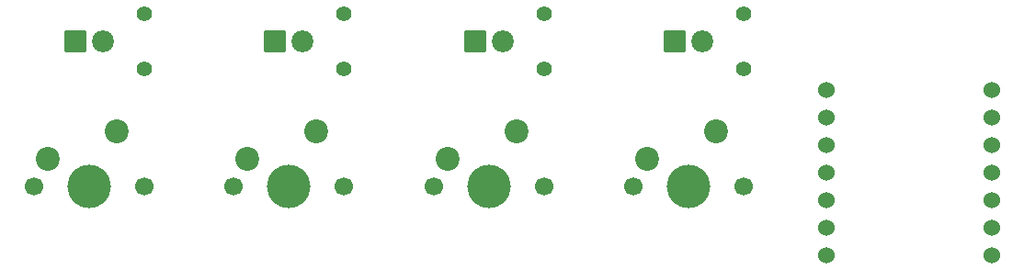
<source format=gbs>
%TF.GenerationSoftware,KiCad,Pcbnew,9.0.6*%
%TF.CreationDate,2025-11-26T17:33:25+00:00*%
%TF.ProjectId,keyfrick,6b657966-7269-4636-9b2e-6b696361645f,rev?*%
%TF.SameCoordinates,Original*%
%TF.FileFunction,Soldermask,Bot*%
%TF.FilePolarity,Negative*%
%FSLAX46Y46*%
G04 Gerber Fmt 4.6, Leading zero omitted, Abs format (unit mm)*
G04 Created by KiCad (PCBNEW 9.0.6) date 2025-11-26 17:33:25*
%MOMM*%
%LPD*%
G01*
G04 APERTURE LIST*
G04 Aperture macros list*
%AMRoundRect*
0 Rectangle with rounded corners*
0 $1 Rounding radius*
0 $2 $3 $4 $5 $6 $7 $8 $9 X,Y pos of 4 corners*
0 Add a 4 corners polygon primitive as box body*
4,1,4,$2,$3,$4,$5,$6,$7,$8,$9,$2,$3,0*
0 Add four circle primitives for the rounded corners*
1,1,$1+$1,$2,$3*
1,1,$1+$1,$4,$5*
1,1,$1+$1,$6,$7*
1,1,$1+$1,$8,$9*
0 Add four rect primitives between the rounded corners*
20,1,$1+$1,$2,$3,$4,$5,0*
20,1,$1+$1,$4,$5,$6,$7,0*
20,1,$1+$1,$6,$7,$8,$9,0*
20,1,$1+$1,$8,$9,$2,$3,0*%
G04 Aperture macros list end*
%ADD10C,2.019000*%
%ADD11RoundRect,0.102000X-0.907500X-0.907500X0.907500X-0.907500X0.907500X0.907500X-0.907500X0.907500X0*%
%ADD12C,1.400000*%
%ADD13C,1.700000*%
%ADD14C,4.000000*%
%ADD15C,2.200000*%
%ADD16C,1.524000*%
G04 APERTURE END LIST*
D10*
%TO.C,D2*%
X106045000Y-47625000D03*
D11*
X103505000Y-47625000D03*
%TD*%
D12*
%TO.C,R4*%
X146685000Y-45085000D03*
X146685000Y-50165000D03*
%TD*%
D13*
%TO.C,SW4*%
X136525000Y-60960000D03*
D14*
X141605000Y-60960000D03*
D13*
X146685000Y-60960000D03*
D15*
X144145000Y-55880000D03*
X137795000Y-58420000D03*
%TD*%
D13*
%TO.C,SW2*%
X99695000Y-60960000D03*
D14*
X104775000Y-60960000D03*
D13*
X109855000Y-60960000D03*
D15*
X107315000Y-55880000D03*
X100965000Y-58420000D03*
%TD*%
D10*
%TO.C,D1*%
X87630000Y-47625000D03*
D11*
X85090000Y-47625000D03*
%TD*%
D12*
%TO.C,R2*%
X109855000Y-45085000D03*
X109855000Y-50165000D03*
%TD*%
%TO.C,R1*%
X91440000Y-45085000D03*
X91440000Y-50165000D03*
%TD*%
%TO.C,R3*%
X128270000Y-45085000D03*
X128270000Y-50165000D03*
%TD*%
D13*
%TO.C,SW3*%
X118110000Y-60960000D03*
D14*
X123190000Y-60960000D03*
D13*
X128270000Y-60960000D03*
D15*
X125730000Y-55880000D03*
X119380000Y-58420000D03*
%TD*%
D10*
%TO.C,D3*%
X124460000Y-47625000D03*
D11*
X121920000Y-47625000D03*
%TD*%
D13*
%TO.C,SW1*%
X81280000Y-60960000D03*
D14*
X86360000Y-60960000D03*
D13*
X91440000Y-60960000D03*
D15*
X88900000Y-55880000D03*
X82550000Y-58420000D03*
%TD*%
D10*
%TO.C,D4*%
X142875000Y-47625000D03*
D11*
X140335000Y-47625000D03*
%TD*%
D16*
%TO.C,U1*%
X154305000Y-52070000D03*
X154305000Y-54610000D03*
X154305000Y-57150000D03*
X154305000Y-59690000D03*
X154305000Y-62230000D03*
X154305000Y-64770000D03*
X154305000Y-67310000D03*
X169545000Y-67310000D03*
X169545000Y-64770000D03*
X169545000Y-62230000D03*
X169545000Y-59690000D03*
X169545000Y-57150000D03*
X169545000Y-54610000D03*
X169545000Y-52070000D03*
%TD*%
M02*

</source>
